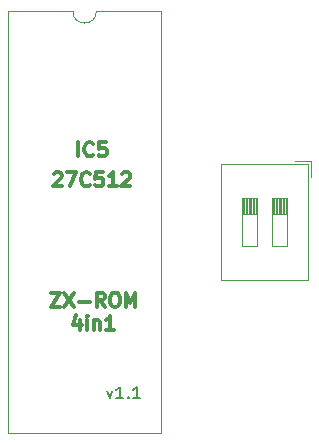
<source format=gto>
G04 #@! TF.GenerationSoftware,KiCad,Pcbnew,7.0.5*
G04 #@! TF.CreationDate,2023-10-08T13:51:06+02:00*
G04 #@! TF.ProjectId,ZXROM-4in1,5a58524f-4d2d-4346-996e-312e6b696361,1.1*
G04 #@! TF.SameCoordinates,Original*
G04 #@! TF.FileFunction,Legend,Top*
G04 #@! TF.FilePolarity,Positive*
%FSLAX46Y46*%
G04 Gerber Fmt 4.6, Leading zero omitted, Abs format (unit mm)*
G04 Created by KiCad (PCBNEW 7.0.5) date 2023-10-08 13:51:06*
%MOMM*%
%LPD*%
G01*
G04 APERTURE LIST*
%ADD10C,0.300000*%
%ADD11C,0.150000*%
%ADD12C,0.120000*%
%ADD13C,2.100000*%
%ADD14R,2.100000X2.100000*%
%ADD15R,1.600000X1.600000*%
%ADD16O,1.600000X1.600000*%
%ADD17C,1.600000*%
G04 APERTURE END LIST*
D10*
X134566429Y-80987828D02*
X134623572Y-80930685D01*
X134623572Y-80930685D02*
X134737858Y-80873542D01*
X134737858Y-80873542D02*
X135023572Y-80873542D01*
X135023572Y-80873542D02*
X135137858Y-80930685D01*
X135137858Y-80930685D02*
X135195000Y-80987828D01*
X135195000Y-80987828D02*
X135252143Y-81102114D01*
X135252143Y-81102114D02*
X135252143Y-81216400D01*
X135252143Y-81216400D02*
X135195000Y-81387828D01*
X135195000Y-81387828D02*
X134509286Y-82073542D01*
X134509286Y-82073542D02*
X135252143Y-82073542D01*
X135652143Y-80873542D02*
X136452143Y-80873542D01*
X136452143Y-80873542D02*
X135937857Y-82073542D01*
X137595000Y-81959257D02*
X137537857Y-82016400D01*
X137537857Y-82016400D02*
X137366429Y-82073542D01*
X137366429Y-82073542D02*
X137252143Y-82073542D01*
X137252143Y-82073542D02*
X137080714Y-82016400D01*
X137080714Y-82016400D02*
X136966429Y-81902114D01*
X136966429Y-81902114D02*
X136909286Y-81787828D01*
X136909286Y-81787828D02*
X136852143Y-81559257D01*
X136852143Y-81559257D02*
X136852143Y-81387828D01*
X136852143Y-81387828D02*
X136909286Y-81159257D01*
X136909286Y-81159257D02*
X136966429Y-81044971D01*
X136966429Y-81044971D02*
X137080714Y-80930685D01*
X137080714Y-80930685D02*
X137252143Y-80873542D01*
X137252143Y-80873542D02*
X137366429Y-80873542D01*
X137366429Y-80873542D02*
X137537857Y-80930685D01*
X137537857Y-80930685D02*
X137595000Y-80987828D01*
X138680714Y-80873542D02*
X138109286Y-80873542D01*
X138109286Y-80873542D02*
X138052143Y-81444971D01*
X138052143Y-81444971D02*
X138109286Y-81387828D01*
X138109286Y-81387828D02*
X138223572Y-81330685D01*
X138223572Y-81330685D02*
X138509286Y-81330685D01*
X138509286Y-81330685D02*
X138623572Y-81387828D01*
X138623572Y-81387828D02*
X138680714Y-81444971D01*
X138680714Y-81444971D02*
X138737857Y-81559257D01*
X138737857Y-81559257D02*
X138737857Y-81844971D01*
X138737857Y-81844971D02*
X138680714Y-81959257D01*
X138680714Y-81959257D02*
X138623572Y-82016400D01*
X138623572Y-82016400D02*
X138509286Y-82073542D01*
X138509286Y-82073542D02*
X138223572Y-82073542D01*
X138223572Y-82073542D02*
X138109286Y-82016400D01*
X138109286Y-82016400D02*
X138052143Y-81959257D01*
X139880714Y-82073542D02*
X139195000Y-82073542D01*
X139537857Y-82073542D02*
X139537857Y-80873542D01*
X139537857Y-80873542D02*
X139423571Y-81044971D01*
X139423571Y-81044971D02*
X139309286Y-81159257D01*
X139309286Y-81159257D02*
X139195000Y-81216400D01*
X140337857Y-80987828D02*
X140395000Y-80930685D01*
X140395000Y-80930685D02*
X140509286Y-80873542D01*
X140509286Y-80873542D02*
X140795000Y-80873542D01*
X140795000Y-80873542D02*
X140909286Y-80930685D01*
X140909286Y-80930685D02*
X140966428Y-80987828D01*
X140966428Y-80987828D02*
X141023571Y-81102114D01*
X141023571Y-81102114D02*
X141023571Y-81216400D01*
X141023571Y-81216400D02*
X140966428Y-81387828D01*
X140966428Y-81387828D02*
X140280714Y-82073542D01*
X140280714Y-82073542D02*
X141023571Y-82073542D01*
X134293428Y-91083542D02*
X135093428Y-91083542D01*
X135093428Y-91083542D02*
X134293428Y-92283542D01*
X134293428Y-92283542D02*
X135093428Y-92283542D01*
X135436285Y-91083542D02*
X136236285Y-92283542D01*
X136236285Y-91083542D02*
X135436285Y-92283542D01*
X136693428Y-91826400D02*
X137607714Y-91826400D01*
X138864856Y-92283542D02*
X138464856Y-91712114D01*
X138179142Y-92283542D02*
X138179142Y-91083542D01*
X138179142Y-91083542D02*
X138636285Y-91083542D01*
X138636285Y-91083542D02*
X138750570Y-91140685D01*
X138750570Y-91140685D02*
X138807713Y-91197828D01*
X138807713Y-91197828D02*
X138864856Y-91312114D01*
X138864856Y-91312114D02*
X138864856Y-91483542D01*
X138864856Y-91483542D02*
X138807713Y-91597828D01*
X138807713Y-91597828D02*
X138750570Y-91654971D01*
X138750570Y-91654971D02*
X138636285Y-91712114D01*
X138636285Y-91712114D02*
X138179142Y-91712114D01*
X139607713Y-91083542D02*
X139836285Y-91083542D01*
X139836285Y-91083542D02*
X139950570Y-91140685D01*
X139950570Y-91140685D02*
X140064856Y-91254971D01*
X140064856Y-91254971D02*
X140121999Y-91483542D01*
X140121999Y-91483542D02*
X140121999Y-91883542D01*
X140121999Y-91883542D02*
X140064856Y-92112114D01*
X140064856Y-92112114D02*
X139950570Y-92226400D01*
X139950570Y-92226400D02*
X139836285Y-92283542D01*
X139836285Y-92283542D02*
X139607713Y-92283542D01*
X139607713Y-92283542D02*
X139493428Y-92226400D01*
X139493428Y-92226400D02*
X139379142Y-92112114D01*
X139379142Y-92112114D02*
X139321999Y-91883542D01*
X139321999Y-91883542D02*
X139321999Y-91483542D01*
X139321999Y-91483542D02*
X139379142Y-91254971D01*
X139379142Y-91254971D02*
X139493428Y-91140685D01*
X139493428Y-91140685D02*
X139607713Y-91083542D01*
X140636285Y-92283542D02*
X140636285Y-91083542D01*
X140636285Y-91083542D02*
X141036285Y-91940685D01*
X141036285Y-91940685D02*
X141436285Y-91083542D01*
X141436285Y-91083542D02*
X141436285Y-92283542D01*
X136750572Y-93415542D02*
X136750572Y-94215542D01*
X136464857Y-92958400D02*
X136179143Y-93815542D01*
X136179143Y-93815542D02*
X136922000Y-93815542D01*
X137379143Y-94215542D02*
X137379143Y-93415542D01*
X137379143Y-93015542D02*
X137322000Y-93072685D01*
X137322000Y-93072685D02*
X137379143Y-93129828D01*
X137379143Y-93129828D02*
X137436286Y-93072685D01*
X137436286Y-93072685D02*
X137379143Y-93015542D01*
X137379143Y-93015542D02*
X137379143Y-93129828D01*
X137950572Y-93415542D02*
X137950572Y-94215542D01*
X137950572Y-93529828D02*
X138007715Y-93472685D01*
X138007715Y-93472685D02*
X138122000Y-93415542D01*
X138122000Y-93415542D02*
X138293429Y-93415542D01*
X138293429Y-93415542D02*
X138407715Y-93472685D01*
X138407715Y-93472685D02*
X138464858Y-93586971D01*
X138464858Y-93586971D02*
X138464858Y-94215542D01*
X139664857Y-94215542D02*
X138979143Y-94215542D01*
X139322000Y-94215542D02*
X139322000Y-93015542D01*
X139322000Y-93015542D02*
X139207714Y-93186971D01*
X139207714Y-93186971D02*
X139093429Y-93301257D01*
X139093429Y-93301257D02*
X138979143Y-93358400D01*
D11*
X139033429Y-99356152D02*
X139271524Y-100022819D01*
X139271524Y-100022819D02*
X139509619Y-99356152D01*
X140414381Y-100022819D02*
X139842953Y-100022819D01*
X140128667Y-100022819D02*
X140128667Y-99022819D01*
X140128667Y-99022819D02*
X140033429Y-99165676D01*
X140033429Y-99165676D02*
X139938191Y-99260914D01*
X139938191Y-99260914D02*
X139842953Y-99308533D01*
X140842953Y-99927580D02*
X140890572Y-99975200D01*
X140890572Y-99975200D02*
X140842953Y-100022819D01*
X140842953Y-100022819D02*
X140795334Y-99975200D01*
X140795334Y-99975200D02*
X140842953Y-99927580D01*
X140842953Y-99927580D02*
X140842953Y-100022819D01*
X141842952Y-100022819D02*
X141271524Y-100022819D01*
X141557238Y-100022819D02*
X141557238Y-99022819D01*
X141557238Y-99022819D02*
X141462000Y-99165676D01*
X141462000Y-99165676D02*
X141366762Y-99260914D01*
X141366762Y-99260914D02*
X141271524Y-99308533D01*
D10*
X136623571Y-79533542D02*
X136623571Y-78333542D01*
X137880714Y-79419257D02*
X137823571Y-79476400D01*
X137823571Y-79476400D02*
X137652143Y-79533542D01*
X137652143Y-79533542D02*
X137537857Y-79533542D01*
X137537857Y-79533542D02*
X137366428Y-79476400D01*
X137366428Y-79476400D02*
X137252143Y-79362114D01*
X137252143Y-79362114D02*
X137195000Y-79247828D01*
X137195000Y-79247828D02*
X137137857Y-79019257D01*
X137137857Y-79019257D02*
X137137857Y-78847828D01*
X137137857Y-78847828D02*
X137195000Y-78619257D01*
X137195000Y-78619257D02*
X137252143Y-78504971D01*
X137252143Y-78504971D02*
X137366428Y-78390685D01*
X137366428Y-78390685D02*
X137537857Y-78333542D01*
X137537857Y-78333542D02*
X137652143Y-78333542D01*
X137652143Y-78333542D02*
X137823571Y-78390685D01*
X137823571Y-78390685D02*
X137880714Y-78447828D01*
X138966428Y-78333542D02*
X138395000Y-78333542D01*
X138395000Y-78333542D02*
X138337857Y-78904971D01*
X138337857Y-78904971D02*
X138395000Y-78847828D01*
X138395000Y-78847828D02*
X138509286Y-78790685D01*
X138509286Y-78790685D02*
X138795000Y-78790685D01*
X138795000Y-78790685D02*
X138909286Y-78847828D01*
X138909286Y-78847828D02*
X138966428Y-78904971D01*
X138966428Y-78904971D02*
X139023571Y-79019257D01*
X139023571Y-79019257D02*
X139023571Y-79304971D01*
X139023571Y-79304971D02*
X138966428Y-79419257D01*
X138966428Y-79419257D02*
X138909286Y-79476400D01*
X138909286Y-79476400D02*
X138795000Y-79533542D01*
X138795000Y-79533542D02*
X138509286Y-79533542D01*
X138509286Y-79533542D02*
X138395000Y-79476400D01*
X138395000Y-79476400D02*
X138337857Y-79419257D01*
D12*
X156330000Y-79900000D02*
X154947000Y-79900000D01*
X156330000Y-79900000D02*
X156330000Y-81284000D01*
X156090000Y-80140000D02*
X148710000Y-80140000D01*
X156090000Y-80140000D02*
X156090000Y-90040000D01*
X148710000Y-80140000D02*
X148710000Y-90040000D01*
X154305000Y-83060000D02*
X153035000Y-83060000D01*
X154185000Y-83060000D02*
X154185000Y-84413333D01*
X154065000Y-83060000D02*
X154065000Y-84413333D01*
X153945000Y-83060000D02*
X153945000Y-84413333D01*
X153825000Y-83060000D02*
X153825000Y-84413333D01*
X153705000Y-83060000D02*
X153705000Y-84413333D01*
X153585000Y-83060000D02*
X153585000Y-84413333D01*
X153465000Y-83060000D02*
X153465000Y-84413333D01*
X153345000Y-83060000D02*
X153345000Y-84413333D01*
X153225000Y-83060000D02*
X153225000Y-84413333D01*
X153105000Y-83060000D02*
X153105000Y-84413333D01*
X153035000Y-83060000D02*
X153035000Y-87120000D01*
X151765000Y-83060000D02*
X150495000Y-83060000D01*
X151645000Y-83060000D02*
X151645000Y-84413333D01*
X151525000Y-83060000D02*
X151525000Y-84413333D01*
X151405000Y-83060000D02*
X151405000Y-84413333D01*
X151285000Y-83060000D02*
X151285000Y-84413333D01*
X151165000Y-83060000D02*
X151165000Y-84413333D01*
X151045000Y-83060000D02*
X151045000Y-84413333D01*
X150925000Y-83060000D02*
X150925000Y-84413333D01*
X150805000Y-83060000D02*
X150805000Y-84413333D01*
X150685000Y-83060000D02*
X150685000Y-84413333D01*
X150565000Y-83060000D02*
X150565000Y-84413333D01*
X150495000Y-83060000D02*
X150495000Y-87120000D01*
X154305000Y-84413333D02*
X153035000Y-84413333D01*
X151765000Y-84413333D02*
X150495000Y-84413333D01*
X154305000Y-87120000D02*
X154305000Y-83060000D01*
X153035000Y-87120000D02*
X154305000Y-87120000D01*
X151765000Y-87120000D02*
X151765000Y-83060000D01*
X150495000Y-87120000D02*
X151765000Y-87120000D01*
X156090000Y-90040000D02*
X148710000Y-90040000D01*
X130700000Y-67250000D02*
X130700000Y-102930000D01*
X130700000Y-102930000D02*
X143620000Y-102930000D01*
X136160000Y-67250000D02*
X130700000Y-67250000D01*
X143620000Y-67250000D02*
X138160000Y-67250000D01*
X143620000Y-102930000D02*
X143620000Y-67250000D01*
X136160000Y-67250000D02*
G75*
G03*
X138160000Y-67250000I1000000J0D01*
G01*
%LPC*%
D13*
X132080000Y-68580000D03*
X132080000Y-71120000D03*
X132080000Y-73660000D03*
X132080000Y-76200000D03*
X132080000Y-78740000D03*
X132080000Y-81280000D03*
X132080000Y-83820000D03*
X132080000Y-86360000D03*
X132080000Y-88900000D03*
X132080000Y-91440000D03*
X132080000Y-93980000D03*
X132080000Y-96520000D03*
X132080000Y-99060000D03*
D14*
X132080000Y-101600000D03*
D15*
X153670000Y-81280000D03*
D16*
X151130000Y-81280000D03*
X151130000Y-88900000D03*
X153670000Y-88900000D03*
D13*
X147320000Y-101600000D03*
X147320000Y-99060000D03*
X147320000Y-96520000D03*
X147320000Y-93980000D03*
X147320000Y-91440000D03*
X147320000Y-88900000D03*
X147320000Y-86360000D03*
X147320000Y-83820000D03*
X147320000Y-81280000D03*
X147320000Y-78740000D03*
X147320000Y-76200000D03*
X147320000Y-73660000D03*
X147320000Y-71120000D03*
X147320000Y-68580000D03*
D17*
X129540000Y-68580000D03*
D16*
X129540000Y-71120000D03*
X129540000Y-73660000D03*
X129540000Y-76200000D03*
X129540000Y-78740000D03*
X129540000Y-81280000D03*
X129540000Y-83820000D03*
X129540000Y-86360000D03*
X129540000Y-88900000D03*
X129540000Y-91440000D03*
X129540000Y-93980000D03*
X129540000Y-96520000D03*
X129540000Y-99060000D03*
D15*
X129540000Y-101600000D03*
D16*
X144780000Y-101600000D03*
X144780000Y-99060000D03*
X144780000Y-96520000D03*
X144780000Y-93980000D03*
X144780000Y-91440000D03*
X144780000Y-88900000D03*
X144780000Y-86360000D03*
X144780000Y-83820000D03*
X144780000Y-81280000D03*
X144780000Y-78740000D03*
X144780000Y-76200000D03*
X144780000Y-73660000D03*
X144780000Y-71120000D03*
X144780000Y-68580000D03*
D17*
X134620000Y-76200000D03*
D16*
X142240000Y-76200000D03*
D17*
X134620000Y-73660000D03*
D16*
X142240000Y-73660000D03*
D15*
X140970000Y-88900000D03*
D16*
X140970000Y-96520000D03*
D17*
X134620000Y-88900000D03*
D16*
X134620000Y-96520000D03*
D15*
X137795000Y-88900000D03*
D16*
X137795000Y-96520000D03*
%LPD*%
M02*

</source>
